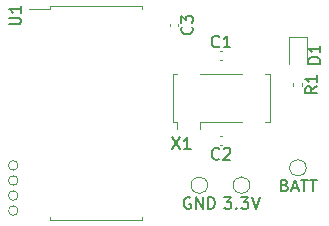
<source format=gbr>
%TF.GenerationSoftware,KiCad,Pcbnew,7.0.10-7.0.10~ubuntu22.04.1*%
%TF.CreationDate,2024-01-14T22:11:42+10:00*%
%TF.ProjectId,MXBreakout,4d584272-6561-46b6-9f75-742e6b696361,rev?*%
%TF.SameCoordinates,Original*%
%TF.FileFunction,Legend,Top*%
%TF.FilePolarity,Positive*%
%FSLAX46Y46*%
G04 Gerber Fmt 4.6, Leading zero omitted, Abs format (unit mm)*
G04 Created by KiCad (PCBNEW 7.0.10-7.0.10~ubuntu22.04.1) date 2024-01-14 22:11:42*
%MOMM*%
%LPD*%
G01*
G04 APERTURE LIST*
%ADD10C,0.150000*%
%ADD11C,0.120000*%
G04 APERTURE END LIST*
D10*
X115854819Y-81561904D02*
X116664342Y-81561904D01*
X116664342Y-81561904D02*
X116759580Y-81514285D01*
X116759580Y-81514285D02*
X116807200Y-81466666D01*
X116807200Y-81466666D02*
X116854819Y-81371428D01*
X116854819Y-81371428D02*
X116854819Y-81180952D01*
X116854819Y-81180952D02*
X116807200Y-81085714D01*
X116807200Y-81085714D02*
X116759580Y-81038095D01*
X116759580Y-81038095D02*
X116664342Y-80990476D01*
X116664342Y-80990476D02*
X115854819Y-80990476D01*
X116854819Y-79990476D02*
X116854819Y-80561904D01*
X116854819Y-80276190D02*
X115854819Y-80276190D01*
X115854819Y-80276190D02*
X115997676Y-80371428D01*
X115997676Y-80371428D02*
X116092914Y-80466666D01*
X116092914Y-80466666D02*
X116140533Y-80561904D01*
X129640476Y-91104819D02*
X130307142Y-92104819D01*
X130307142Y-91104819D02*
X129640476Y-92104819D01*
X131211904Y-92104819D02*
X130640476Y-92104819D01*
X130926190Y-92104819D02*
X130926190Y-91104819D01*
X130926190Y-91104819D02*
X130830952Y-91247676D01*
X130830952Y-91247676D02*
X130735714Y-91342914D01*
X130735714Y-91342914D02*
X130640476Y-91390533D01*
X134048810Y-96179819D02*
X134667857Y-96179819D01*
X134667857Y-96179819D02*
X134334524Y-96560771D01*
X134334524Y-96560771D02*
X134477381Y-96560771D01*
X134477381Y-96560771D02*
X134572619Y-96608390D01*
X134572619Y-96608390D02*
X134620238Y-96656009D01*
X134620238Y-96656009D02*
X134667857Y-96751247D01*
X134667857Y-96751247D02*
X134667857Y-96989342D01*
X134667857Y-96989342D02*
X134620238Y-97084580D01*
X134620238Y-97084580D02*
X134572619Y-97132200D01*
X134572619Y-97132200D02*
X134477381Y-97179819D01*
X134477381Y-97179819D02*
X134191667Y-97179819D01*
X134191667Y-97179819D02*
X134096429Y-97132200D01*
X134096429Y-97132200D02*
X134048810Y-97084580D01*
X135096429Y-97084580D02*
X135144048Y-97132200D01*
X135144048Y-97132200D02*
X135096429Y-97179819D01*
X135096429Y-97179819D02*
X135048810Y-97132200D01*
X135048810Y-97132200D02*
X135096429Y-97084580D01*
X135096429Y-97084580D02*
X135096429Y-97179819D01*
X135477381Y-96179819D02*
X136096428Y-96179819D01*
X136096428Y-96179819D02*
X135763095Y-96560771D01*
X135763095Y-96560771D02*
X135905952Y-96560771D01*
X135905952Y-96560771D02*
X136001190Y-96608390D01*
X136001190Y-96608390D02*
X136048809Y-96656009D01*
X136048809Y-96656009D02*
X136096428Y-96751247D01*
X136096428Y-96751247D02*
X136096428Y-96989342D01*
X136096428Y-96989342D02*
X136048809Y-97084580D01*
X136048809Y-97084580D02*
X136001190Y-97132200D01*
X136001190Y-97132200D02*
X135905952Y-97179819D01*
X135905952Y-97179819D02*
X135620238Y-97179819D01*
X135620238Y-97179819D02*
X135525000Y-97132200D01*
X135525000Y-97132200D02*
X135477381Y-97084580D01*
X136382143Y-96179819D02*
X136715476Y-97179819D01*
X136715476Y-97179819D02*
X137048809Y-96179819D01*
X131319580Y-81766666D02*
X131367200Y-81814285D01*
X131367200Y-81814285D02*
X131414819Y-81957142D01*
X131414819Y-81957142D02*
X131414819Y-82052380D01*
X131414819Y-82052380D02*
X131367200Y-82195237D01*
X131367200Y-82195237D02*
X131271961Y-82290475D01*
X131271961Y-82290475D02*
X131176723Y-82338094D01*
X131176723Y-82338094D02*
X130986247Y-82385713D01*
X130986247Y-82385713D02*
X130843390Y-82385713D01*
X130843390Y-82385713D02*
X130652914Y-82338094D01*
X130652914Y-82338094D02*
X130557676Y-82290475D01*
X130557676Y-82290475D02*
X130462438Y-82195237D01*
X130462438Y-82195237D02*
X130414819Y-82052380D01*
X130414819Y-82052380D02*
X130414819Y-81957142D01*
X130414819Y-81957142D02*
X130462438Y-81814285D01*
X130462438Y-81814285D02*
X130510057Y-81766666D01*
X130414819Y-81433332D02*
X130414819Y-80814285D01*
X130414819Y-80814285D02*
X130795771Y-81147618D01*
X130795771Y-81147618D02*
X130795771Y-81004761D01*
X130795771Y-81004761D02*
X130843390Y-80909523D01*
X130843390Y-80909523D02*
X130891009Y-80861904D01*
X130891009Y-80861904D02*
X130986247Y-80814285D01*
X130986247Y-80814285D02*
X131224342Y-80814285D01*
X131224342Y-80814285D02*
X131319580Y-80861904D01*
X131319580Y-80861904D02*
X131367200Y-80909523D01*
X131367200Y-80909523D02*
X131414819Y-81004761D01*
X131414819Y-81004761D02*
X131414819Y-81290475D01*
X131414819Y-81290475D02*
X131367200Y-81385713D01*
X131367200Y-81385713D02*
X131319580Y-81433332D01*
X139180952Y-95181009D02*
X139323809Y-95228628D01*
X139323809Y-95228628D02*
X139371428Y-95276247D01*
X139371428Y-95276247D02*
X139419047Y-95371485D01*
X139419047Y-95371485D02*
X139419047Y-95514342D01*
X139419047Y-95514342D02*
X139371428Y-95609580D01*
X139371428Y-95609580D02*
X139323809Y-95657200D01*
X139323809Y-95657200D02*
X139228571Y-95704819D01*
X139228571Y-95704819D02*
X138847619Y-95704819D01*
X138847619Y-95704819D02*
X138847619Y-94704819D01*
X138847619Y-94704819D02*
X139180952Y-94704819D01*
X139180952Y-94704819D02*
X139276190Y-94752438D01*
X139276190Y-94752438D02*
X139323809Y-94800057D01*
X139323809Y-94800057D02*
X139371428Y-94895295D01*
X139371428Y-94895295D02*
X139371428Y-94990533D01*
X139371428Y-94990533D02*
X139323809Y-95085771D01*
X139323809Y-95085771D02*
X139276190Y-95133390D01*
X139276190Y-95133390D02*
X139180952Y-95181009D01*
X139180952Y-95181009D02*
X138847619Y-95181009D01*
X139800000Y-95419104D02*
X140276190Y-95419104D01*
X139704762Y-95704819D02*
X140038095Y-94704819D01*
X140038095Y-94704819D02*
X140371428Y-95704819D01*
X140561905Y-94704819D02*
X141133333Y-94704819D01*
X140847619Y-95704819D02*
X140847619Y-94704819D01*
X141323810Y-94704819D02*
X141895238Y-94704819D01*
X141609524Y-95704819D02*
X141609524Y-94704819D01*
X131188095Y-96227438D02*
X131092857Y-96179819D01*
X131092857Y-96179819D02*
X130950000Y-96179819D01*
X130950000Y-96179819D02*
X130807143Y-96227438D01*
X130807143Y-96227438D02*
X130711905Y-96322676D01*
X130711905Y-96322676D02*
X130664286Y-96417914D01*
X130664286Y-96417914D02*
X130616667Y-96608390D01*
X130616667Y-96608390D02*
X130616667Y-96751247D01*
X130616667Y-96751247D02*
X130664286Y-96941723D01*
X130664286Y-96941723D02*
X130711905Y-97036961D01*
X130711905Y-97036961D02*
X130807143Y-97132200D01*
X130807143Y-97132200D02*
X130950000Y-97179819D01*
X130950000Y-97179819D02*
X131045238Y-97179819D01*
X131045238Y-97179819D02*
X131188095Y-97132200D01*
X131188095Y-97132200D02*
X131235714Y-97084580D01*
X131235714Y-97084580D02*
X131235714Y-96751247D01*
X131235714Y-96751247D02*
X131045238Y-96751247D01*
X131664286Y-97179819D02*
X131664286Y-96179819D01*
X131664286Y-96179819D02*
X132235714Y-97179819D01*
X132235714Y-97179819D02*
X132235714Y-96179819D01*
X132711905Y-97179819D02*
X132711905Y-96179819D01*
X132711905Y-96179819D02*
X132950000Y-96179819D01*
X132950000Y-96179819D02*
X133092857Y-96227438D01*
X133092857Y-96227438D02*
X133188095Y-96322676D01*
X133188095Y-96322676D02*
X133235714Y-96417914D01*
X133235714Y-96417914D02*
X133283333Y-96608390D01*
X133283333Y-96608390D02*
X133283333Y-96751247D01*
X133283333Y-96751247D02*
X133235714Y-96941723D01*
X133235714Y-96941723D02*
X133188095Y-97036961D01*
X133188095Y-97036961D02*
X133092857Y-97132200D01*
X133092857Y-97132200D02*
X132950000Y-97179819D01*
X132950000Y-97179819D02*
X132711905Y-97179819D01*
X141924819Y-86806666D02*
X141448628Y-87139999D01*
X141924819Y-87378094D02*
X140924819Y-87378094D01*
X140924819Y-87378094D02*
X140924819Y-86997142D01*
X140924819Y-86997142D02*
X140972438Y-86901904D01*
X140972438Y-86901904D02*
X141020057Y-86854285D01*
X141020057Y-86854285D02*
X141115295Y-86806666D01*
X141115295Y-86806666D02*
X141258152Y-86806666D01*
X141258152Y-86806666D02*
X141353390Y-86854285D01*
X141353390Y-86854285D02*
X141401009Y-86901904D01*
X141401009Y-86901904D02*
X141448628Y-86997142D01*
X141448628Y-86997142D02*
X141448628Y-87378094D01*
X141924819Y-85854285D02*
X141924819Y-86425713D01*
X141924819Y-86139999D02*
X140924819Y-86139999D01*
X140924819Y-86139999D02*
X141067676Y-86235237D01*
X141067676Y-86235237D02*
X141162914Y-86330475D01*
X141162914Y-86330475D02*
X141210533Y-86425713D01*
X142184819Y-84875594D02*
X141184819Y-84875594D01*
X141184819Y-84875594D02*
X141184819Y-84637499D01*
X141184819Y-84637499D02*
X141232438Y-84494642D01*
X141232438Y-84494642D02*
X141327676Y-84399404D01*
X141327676Y-84399404D02*
X141422914Y-84351785D01*
X141422914Y-84351785D02*
X141613390Y-84304166D01*
X141613390Y-84304166D02*
X141756247Y-84304166D01*
X141756247Y-84304166D02*
X141946723Y-84351785D01*
X141946723Y-84351785D02*
X142041961Y-84399404D01*
X142041961Y-84399404D02*
X142137200Y-84494642D01*
X142137200Y-84494642D02*
X142184819Y-84637499D01*
X142184819Y-84637499D02*
X142184819Y-84875594D01*
X142184819Y-83351785D02*
X142184819Y-83923213D01*
X142184819Y-83637499D02*
X141184819Y-83637499D01*
X141184819Y-83637499D02*
X141327676Y-83732737D01*
X141327676Y-83732737D02*
X141422914Y-83827975D01*
X141422914Y-83827975D02*
X141470533Y-83923213D01*
X133633333Y-92919580D02*
X133585714Y-92967200D01*
X133585714Y-92967200D02*
X133442857Y-93014819D01*
X133442857Y-93014819D02*
X133347619Y-93014819D01*
X133347619Y-93014819D02*
X133204762Y-92967200D01*
X133204762Y-92967200D02*
X133109524Y-92871961D01*
X133109524Y-92871961D02*
X133061905Y-92776723D01*
X133061905Y-92776723D02*
X133014286Y-92586247D01*
X133014286Y-92586247D02*
X133014286Y-92443390D01*
X133014286Y-92443390D02*
X133061905Y-92252914D01*
X133061905Y-92252914D02*
X133109524Y-92157676D01*
X133109524Y-92157676D02*
X133204762Y-92062438D01*
X133204762Y-92062438D02*
X133347619Y-92014819D01*
X133347619Y-92014819D02*
X133442857Y-92014819D01*
X133442857Y-92014819D02*
X133585714Y-92062438D01*
X133585714Y-92062438D02*
X133633333Y-92110057D01*
X134014286Y-92110057D02*
X134061905Y-92062438D01*
X134061905Y-92062438D02*
X134157143Y-92014819D01*
X134157143Y-92014819D02*
X134395238Y-92014819D01*
X134395238Y-92014819D02*
X134490476Y-92062438D01*
X134490476Y-92062438D02*
X134538095Y-92110057D01*
X134538095Y-92110057D02*
X134585714Y-92205295D01*
X134585714Y-92205295D02*
X134585714Y-92300533D01*
X134585714Y-92300533D02*
X134538095Y-92443390D01*
X134538095Y-92443390D02*
X133966667Y-93014819D01*
X133966667Y-93014819D02*
X134585714Y-93014819D01*
X133633333Y-83409580D02*
X133585714Y-83457200D01*
X133585714Y-83457200D02*
X133442857Y-83504819D01*
X133442857Y-83504819D02*
X133347619Y-83504819D01*
X133347619Y-83504819D02*
X133204762Y-83457200D01*
X133204762Y-83457200D02*
X133109524Y-83361961D01*
X133109524Y-83361961D02*
X133061905Y-83266723D01*
X133061905Y-83266723D02*
X133014286Y-83076247D01*
X133014286Y-83076247D02*
X133014286Y-82933390D01*
X133014286Y-82933390D02*
X133061905Y-82742914D01*
X133061905Y-82742914D02*
X133109524Y-82647676D01*
X133109524Y-82647676D02*
X133204762Y-82552438D01*
X133204762Y-82552438D02*
X133347619Y-82504819D01*
X133347619Y-82504819D02*
X133442857Y-82504819D01*
X133442857Y-82504819D02*
X133585714Y-82552438D01*
X133585714Y-82552438D02*
X133633333Y-82600057D01*
X134585714Y-83504819D02*
X134014286Y-83504819D01*
X134300000Y-83504819D02*
X134300000Y-82504819D01*
X134300000Y-82504819D02*
X134204762Y-82647676D01*
X134204762Y-82647676D02*
X134109524Y-82742914D01*
X134109524Y-82742914D02*
X134014286Y-82790533D01*
D11*
%TO.C,TP6*%
X116600000Y-96050000D02*
G75*
G03*
X115800000Y-96050000I-400000J0D01*
G01*
X115800000Y-96050000D02*
G75*
G03*
X116600000Y-96050000I400000J0D01*
G01*
%TO.C,TP7*%
X116600000Y-97325000D02*
G75*
G03*
X115800000Y-97325000I-400000J0D01*
G01*
X115800000Y-97325000D02*
G75*
G03*
X116600000Y-97325000I400000J0D01*
G01*
%TO.C,TP5*%
X116600000Y-94775000D02*
G75*
G03*
X115800000Y-94775000I-400000J0D01*
G01*
X115800000Y-94775000D02*
G75*
G03*
X116600000Y-94775000I400000J0D01*
G01*
%TO.C,TP4*%
X116600000Y-93500000D02*
G75*
G03*
X115800000Y-93500000I-400000J0D01*
G01*
X115800000Y-93500000D02*
G75*
G03*
X116600000Y-93500000I400000J0D01*
G01*
%TO.C,U1*%
X123200000Y-98110000D02*
X119340000Y-98110000D01*
X119340000Y-98110000D02*
X119340000Y-97865000D01*
X123200000Y-98110000D02*
X127060000Y-98110000D01*
X127060000Y-79990000D02*
X127060000Y-80235000D01*
X127060000Y-98110000D02*
X127060000Y-97865000D01*
X119340000Y-80235000D02*
X117525000Y-80235000D01*
X119340000Y-79990000D02*
X119340000Y-80235000D01*
X123200000Y-79990000D02*
X127060000Y-79990000D01*
X123200000Y-79990000D02*
X119340000Y-79990000D01*
%TO.C,X1*%
X137900000Y-89810000D02*
X137500000Y-89810000D01*
X129700000Y-85790000D02*
X129700000Y-89810000D01*
X132000000Y-89810000D02*
X132000000Y-90400000D01*
X132000000Y-89810000D02*
X135600000Y-89810000D01*
X130100000Y-90400000D02*
X130100000Y-89810000D01*
X137900000Y-85790000D02*
X137900000Y-89810000D01*
X132000000Y-85790000D02*
X135600000Y-85790000D01*
X129700000Y-89810000D02*
X130100000Y-89810000D01*
X129700000Y-85790000D02*
X130100000Y-85790000D01*
X137900000Y-85790000D02*
X137500000Y-85790000D01*
%TO.C,TP9*%
X136225000Y-95175000D02*
G75*
G03*
X134825000Y-95175000I-700000J0D01*
G01*
X134825000Y-95175000D02*
G75*
G03*
X136225000Y-95175000I700000J0D01*
G01*
%TO.C,C3*%
X129440000Y-81492164D02*
X129440000Y-81707836D01*
X130160000Y-81492164D02*
X130160000Y-81707836D01*
%TO.C,TP8*%
X141000000Y-93700000D02*
G75*
G03*
X139600000Y-93700000I-700000J0D01*
G01*
X139600000Y-93700000D02*
G75*
G03*
X141000000Y-93700000I700000J0D01*
G01*
%TO.C,TP3*%
X132650000Y-95175000D02*
G75*
G03*
X131250000Y-95175000I-700000J0D01*
G01*
X131250000Y-95175000D02*
G75*
G03*
X132650000Y-95175000I700000J0D01*
G01*
%TO.C,R1*%
X140680000Y-86486359D02*
X140680000Y-86793641D01*
X139920000Y-86486359D02*
X139920000Y-86793641D01*
%TO.C,D1*%
X141035000Y-82652500D02*
X139565000Y-82652500D01*
X139565000Y-82652500D02*
X139565000Y-84937500D01*
X141035000Y-84937500D02*
X141035000Y-82652500D01*
%TO.C,C2*%
X133907836Y-91760000D02*
X133692164Y-91760000D01*
X133907836Y-91040000D02*
X133692164Y-91040000D01*
%TO.C,C1*%
X133907836Y-83840000D02*
X133692164Y-83840000D01*
X133907836Y-84560000D02*
X133692164Y-84560000D01*
%TD*%
M02*

</source>
